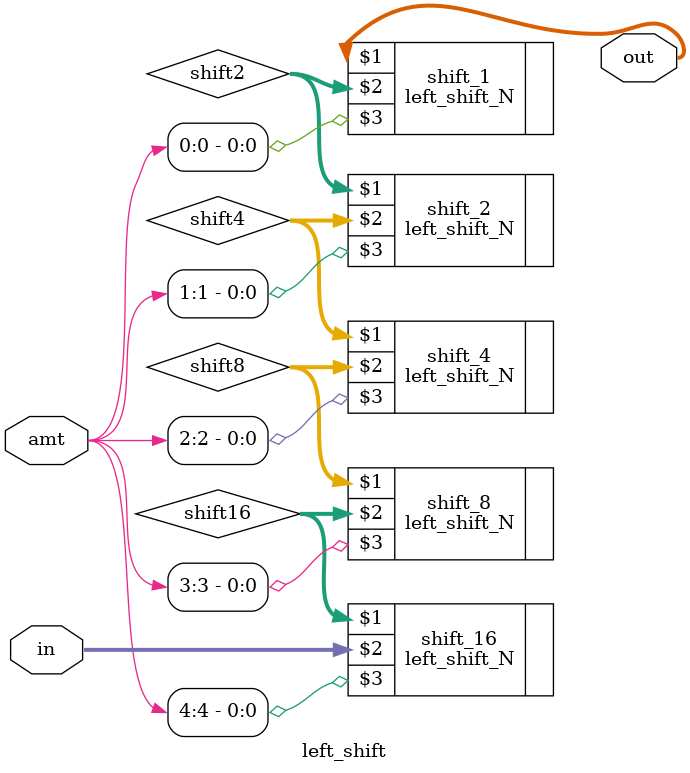
<source format=v>
module left_shift(out, in, amt);
    input [31:0] in;
    input [4:0] amt;
    output [31:0] out;
    wire [31:0] shift16, shift8, shift4, shift2;

    left_shift_N #(.N(16)) shift_16(shift16, in, amt[4]);
    left_shift_N #(.N(8)) shift_8(shift8, shift16, amt[3]);
    left_shift_N #(.N(4)) shift_4(shift4, shift8, amt[2]);
    left_shift_N #(.N(2)) shift_2(shift2, shift4, amt[1]);
    left_shift_N #(.N(1)) shift_1(out, shift2, amt[0]);
endmodule
</source>
